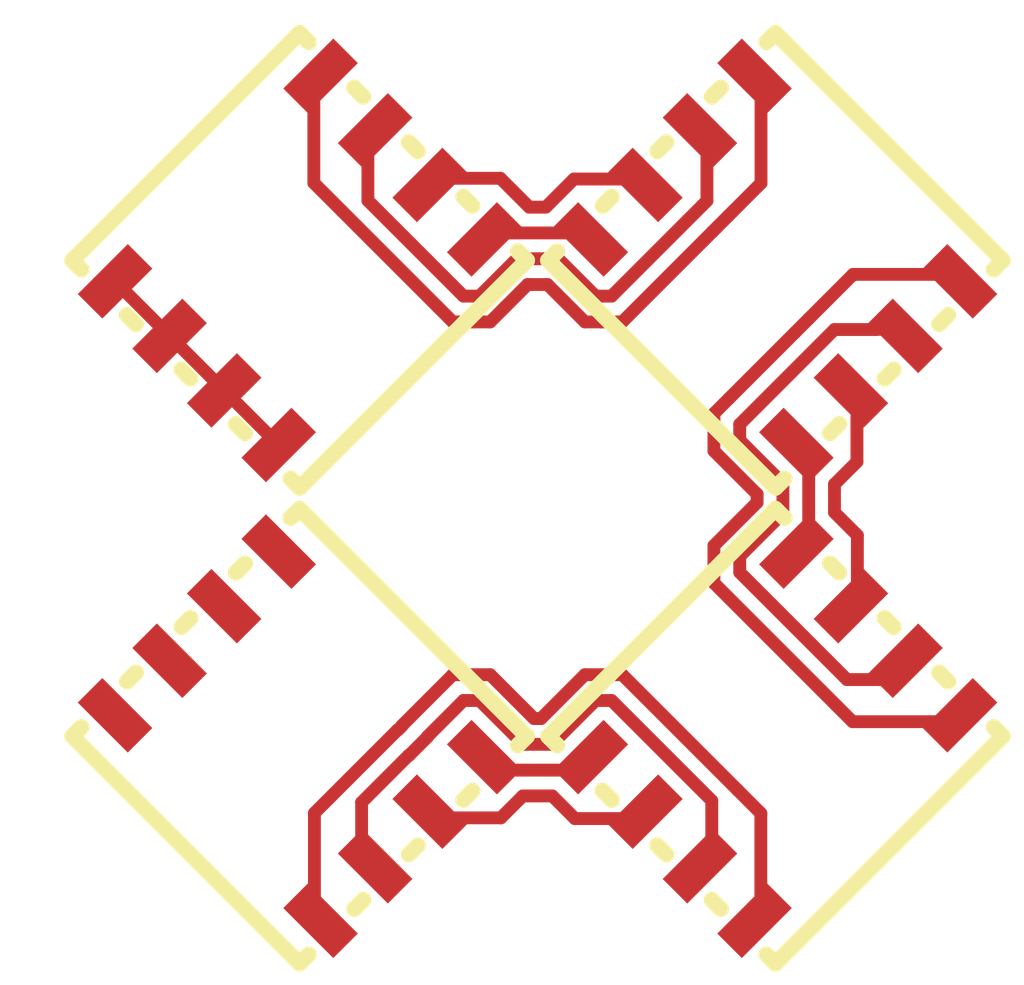
<source format=kicad_pcb>
(kicad_pcb (version 20241229) (generator "pcbnew") (generator_version "9.0")
  (layers (0 "F.Cu" signal) (2 "B.Cu" signal) (13 "F.Paste" user) (15 "B.Paste" user) (5 "F.SilkS" user "F.Silkscreen") (7 "B.SilkS" user "B.Silkscreen") (1 "F.Mask" user) (3 "B.Mask" user) (25 "Edge.Cuts" user))
  (net 0 "")
  (net 1 "rgbs[3]-cathodes-cathode-0")
  (net 2 "rgbs[3]-cathodes-cathode-2")
  (net 3 "rgbs[2]-anodes-anode-0")
  (net 4 "rgbs[1]-anodes-anode-1")
  (net 5 "rgbs[1]-anodes-anode-3")
  (net 6 "rgbs[3]-cathodes-cathode-3")
  (net 7 "rgbs[2]-anodes-anode-2")
  (net 8 "rgbs[2]-anodes-anode-3")
  (net 9 "rgbs[3]-anodes-anode-0")
  (net 10 "rgbs[3]-anodes-anode-1")
  (net 11 "rgbs[3]-anodes-anode-2")
  (net 12 "rgbs[0]-anodes-anode")
  (net 13 "rgbs[3]-cathodes-cathode-1")
  (net 14 "rgbs[1]-anodes-anode-0")
  (net 15 "rgbs[3]-anodes-anode-3")
  (net 16 "rgbs[1]-anodes-anode-2")
  (net 17 "rgbs[2]-anodes-anode-1")
  (footprint "ATOPILE_PIXEL15:pixel15" (layer "F.Cu") (at -7.5 -7.5 0)
    (property "Reference" "U1" (hide yes))
    (property "Value" "" (hide yes))
  )
  (footprint "HONGLITRONIC_HL_5050RGBW_S1_A27:LED-SMD_8P-L5.0-W5.0-P1.20_HL-5050RGBW-S1-A27" (layer "F.Cu") (at 3.7 -3.7 -45)
    (property "Reference" "LED2" (hide yes))
    (property "Value" "")
    (fp_line (start -2.5 -2.5) (end -2.5 -2.3) (stroke (width 0.25)) (layer "F.SilkS"))
    (fp_line (start -2.5 -1.3) (end -2.5 -1.1) (stroke (width 0.25)) (layer "F.SilkS"))
    (fp_line (start -2.5 -0.1) (end -2.5 0.1) (stroke (width 0.25)) (layer "F.SilkS"))
    (fp_line (start -2.5 1.1) (end -2.5 1.3) (stroke (width 0.25)) (layer "F.SilkS"))
    (fp_line (start -2.5 2.3) (end -2.5 2.5) (stroke (width 0.25)) (layer "F.SilkS"))
    (fp_line (start -2.5 2.5) (end 2.5 2.5) (stroke (width 0.25)) (layer "F.SilkS"))
    (fp_line (start 2.5 -2.5) (end -2.5 -2.5) (stroke (width 0.25)) (layer "F.SilkS"))
    (fp_line (start 2.5 -2.3) (end 2.5 -2.5) (stroke (width 0.25)) (layer "F.SilkS"))
    (fp_line (start 2.5 -1.1) (end 2.5 -1.3) (stroke (width 0.25)) (layer "F.SilkS"))
    (fp_line (start 2.5 0.1) (end 2.5 -0.1) (stroke (width 0.25)) (layer "F.SilkS"))
    (fp_line (start 2.5 1.3) (end 2.5 1.1) (stroke (width 0.25)) (layer "F.SilkS"))
    (fp_line (start 2.5 2.5) (end 2.5 2.3) (stroke (width 0.25)) (layer "F.SilkS"))
    (pad "1" smd rect (at 2.26 -1.8 45) (size 0.54 1.1) (layers "F.Cu" "F.Mask" "F.Paste") (net 17 "rgbs[2]-anodes-anode-1"))
    (pad "2" smd rect (at -2.26 -1.8 45) (size 0.54 1.1) (layers "F.Cu" "F.Mask" "F.Paste") (net 4 "rgbs[1]-anodes-anode-1"))
    (pad "3" smd rect (at 2.26 -0.6 45) (size 0.54 1.1) (layers "F.Cu" "F.Mask" "F.Paste") (net 3 "rgbs[2]-anodes-anode-0"))
    (pad "4" smd rect (at -2.26 -0.6 45) (size 0.54 1.1) (layers "F.Cu" "F.Mask" "F.Paste") (net 14 "rgbs[1]-anodes-anode-0"))
    (pad "5" smd rect (at 2.26 0.6 45) (size 0.54 1.1) (layers "F.Cu" "F.Mask" "F.Paste") (net 7 "rgbs[2]-anodes-anode-2"))
    (pad "6" smd rect (at -2.26 0.6 45) (size 0.54 1.1) (layers "F.Cu" "F.Mask" "F.Paste") (net 16 "rgbs[1]-anodes-anode-2"))
    (pad "7" smd rect (at 2.26 1.8 45) (size 0.54 1.1) (layers "F.Cu" "F.Mask" "F.Paste") (net 8 "rgbs[2]-anodes-anode-3"))
    (pad "8" smd rect (at -2.26 1.8 45) (size 0.54 1.1) (layers "F.Cu" "F.Mask" "F.Paste") (net 5 "rgbs[1]-anodes-anode-3"))
  )
  (footprint "HONGLITRONIC_HL_5050RGBW_S1_A27:LED-SMD_8P-L5.0-W5.0-P1.20_HL-5050RGBW-S1-A27" (layer "F.Cu") (at -3.7 -3.7 45)
    (property "Reference" "LED1" (hide yes))
    (property "Value" "")
    (fp_line (start -2.5 -2.5) (end -2.5 -2.3) (stroke (width 0.25)) (layer "F.SilkS"))
    (fp_line (start -2.5 -1.3) (end -2.5 -1.1) (stroke (width 0.25)) (layer "F.SilkS"))
    (fp_line (start -2.5 -0.1) (end -2.5 0.1) (stroke (width 0.25)) (layer "F.SilkS"))
    (fp_line (start -2.5 1.1) (end -2.5 1.3) (stroke (width 0.25)) (layer "F.SilkS"))
    (fp_line (start -2.5 2.3) (end -2.5 2.5) (stroke (width 0.25)) (layer "F.SilkS"))
    (fp_line (start -2.5 2.5) (end 2.5 2.5) (stroke (width 0.25)) (layer "F.SilkS"))
    (fp_line (start 2.5 -2.5) (end -2.5 -2.5) (stroke (width 0.25)) (layer "F.SilkS"))
    (fp_line (start 2.5 -2.3) (end 2.5 -2.5) (stroke (width 0.25)) (layer "F.SilkS"))
    (fp_line (start 2.5 -1.1) (end 2.5 -1.3) (stroke (width 0.25)) (layer "F.SilkS"))
    (fp_line (start 2.5 0.1) (end 2.5 -0.1) (stroke (width 0.25)) (layer "F.SilkS"))
    (fp_line (start 2.5 1.3) (end 2.5 1.1) (stroke (width 0.25)) (layer "F.SilkS"))
    (fp_line (start 2.5 2.5) (end 2.5 2.3) (stroke (width 0.25)) (layer "F.SilkS"))
    (pad "1" smd rect (at 2.26 -1.8 135) (size 0.54 1.1) (layers "F.Cu" "F.Mask" "F.Paste") (net 4 "rgbs[1]-anodes-anode-1"))
    (pad "2" smd rect (at -2.26 -1.8 135) (size 0.54 1.1) (layers "F.Cu" "F.Mask" "F.Paste") (net 12 "rgbs[0]-anodes-anode"))
    (pad "3" smd rect (at 2.26 -0.6 135) (size 0.54 1.1) (layers "F.Cu" "F.Mask" "F.Paste") (net 14 "rgbs[1]-anodes-anode-0"))
    (pad "4" smd rect (at -2.26 -0.6 135) (size 0.54 1.1) (layers "F.Cu" "F.Mask" "F.Paste") (net 12 "rgbs[0]-anodes-anode"))
    (pad "5" smd rect (at 2.26 0.6 135) (size 0.54 1.1) (layers "F.Cu" "F.Mask" "F.Paste") (net 16 "rgbs[1]-anodes-anode-2"))
    (pad "6" smd rect (at -2.26 0.6 135) (size 0.54 1.1) (layers "F.Cu" "F.Mask" "F.Paste") (net 12 "rgbs[0]-anodes-anode"))
    (pad "7" smd rect (at 2.26 1.8 135) (size 0.54 1.1) (layers "F.Cu" "F.Mask" "F.Paste") (net 5 "rgbs[1]-anodes-anode-3"))
    (pad "8" smd rect (at -2.26 1.8 135) (size 0.54 1.1) (layers "F.Cu" "F.Mask" "F.Paste") (net 12 "rgbs[0]-anodes-anode"))
  )
  (footprint "HONGLITRONIC_HL_5050RGBW_S1_A27:LED-SMD_8P-L5.0-W5.0-P1.20_HL-5050RGBW-S1-A27" (layer "F.Cu") (at 3.7 3.7 -135)
    (property "Reference" "LED3" (hide yes))
    (property "Value" "")
    (fp_line (start -2.5 -2.5) (end -2.5 -2.3) (stroke (width 0.25)) (layer "F.SilkS"))
    (fp_line (start -2.5 -1.3) (end -2.5 -1.1) (stroke (width 0.25)) (layer "F.SilkS"))
    (fp_line (start -2.5 -0.1) (end -2.5 0.1) (stroke (width 0.25)) (layer "F.SilkS"))
    (fp_line (start -2.5 1.1) (end -2.5 1.3) (stroke (width 0.25)) (layer "F.SilkS"))
    (fp_line (start -2.5 2.3) (end -2.5 2.5) (stroke (width 0.25)) (layer "F.SilkS"))
    (fp_line (start -2.5 2.5) (end 2.5 2.5) (stroke (width 0.25)) (layer "F.SilkS"))
    (fp_line (start 2.5 -2.5) (end -2.5 -2.5) (stroke (width 0.25)) (layer "F.SilkS"))
    (fp_line (start 2.5 -2.3) (end 2.5 -2.5) (stroke (width 0.25)) (layer "F.SilkS"))
    (fp_line (start 2.5 -1.1) (end 2.5 -1.3) (stroke (width 0.25)) (layer "F.SilkS"))
    (fp_line (start 2.5 0.1) (end 2.5 -0.1) (stroke (width 0.25)) (layer "F.SilkS"))
    (fp_line (start 2.5 1.3) (end 2.5 1.1) (stroke (width 0.25)) (layer "F.SilkS"))
    (fp_line (start 2.5 2.5) (end 2.5 2.3) (stroke (width 0.25)) (layer "F.SilkS"))
    (pad "1" smd rect (at 2.26 -1.8 -45) (size 0.54 1.1) (layers "F.Cu" "F.Mask" "F.Paste") (net 10 "rgbs[3]-anodes-anode-1"))
    (pad "2" smd rect (at -2.26 -1.8 -45) (size 0.54 1.1) (layers "F.Cu" "F.Mask" "F.Paste") (net 17 "rgbs[2]-anodes-anode-1"))
    (pad "3" smd rect (at 2.26 -0.6 -45) (size 0.54 1.1) (layers "F.Cu" "F.Mask" "F.Paste") (net 9 "rgbs[3]-anodes-anode-0"))
    (pad "4" smd rect (at -2.26 -0.6 -45) (size 0.54 1.1) (layers "F.Cu" "F.Mask" "F.Paste") (net 3 "rgbs[2]-anodes-anode-0"))
    (pad "5" smd rect (at 2.26 0.6 -45) (size 0.54 1.1) (layers "F.Cu" "F.Mask" "F.Paste") (net 11 "rgbs[3]-anodes-anode-2"))
    (pad "6" smd rect (at -2.26 0.6 -45) (size 0.54 1.1) (layers "F.Cu" "F.Mask" "F.Paste") (net 7 "rgbs[2]-anodes-anode-2"))
    (pad "7" smd rect (at 2.26 1.8 -45) (size 0.54 1.1) (layers "F.Cu" "F.Mask" "F.Paste") (net 15 "rgbs[3]-anodes-anode-3"))
    (pad "8" smd rect (at -2.26 1.8 -45) (size 0.54 1.1) (layers "F.Cu" "F.Mask" "F.Paste") (net 8 "rgbs[2]-anodes-anode-3"))
  )
  (footprint "HONGLITRONIC_HL_5050RGBW_S1_A27:LED-SMD_8P-L5.0-W5.0-P1.20_HL-5050RGBW-S1-A27" (layer "F.Cu") (at -3.7 3.7 135)
    (property "Reference" "LED4" (hide yes))
    (property "Value" "")
    (fp_line (start -2.5 -2.5) (end -2.5 -2.3) (stroke (width 0.25)) (layer "F.SilkS"))
    (fp_line (start -2.5 -1.3) (end -2.5 -1.1) (stroke (width 0.25)) (layer "F.SilkS"))
    (fp_line (start -2.5 -0.1) (end -2.5 0.1) (stroke (width 0.25)) (layer "F.SilkS"))
    (fp_line (start -2.5 1.1) (end -2.5 1.3) (stroke (width 0.25)) (layer "F.SilkS"))
    (fp_line (start -2.5 2.3) (end -2.5 2.5) (stroke (width 0.25)) (layer "F.SilkS"))
    (fp_line (start -2.5 2.5) (end 2.5 2.5) (stroke (width 0.25)) (layer "F.SilkS"))
    (fp_line (start 2.5 -2.5) (end -2.5 -2.5) (stroke (width 0.25)) (layer "F.SilkS"))
    (fp_line (start 2.5 -2.3) (end 2.5 -2.5) (stroke (width 0.25)) (layer "F.SilkS"))
    (fp_line (start 2.5 -1.1) (end 2.5 -1.3) (stroke (width 0.25)) (layer "F.SilkS"))
    (fp_line (start 2.5 0.1) (end 2.5 -0.1) (stroke (width 0.25)) (layer "F.SilkS"))
    (fp_line (start 2.5 1.3) (end 2.5 1.1) (stroke (width 0.25)) (layer "F.SilkS"))
    (fp_line (start 2.5 2.5) (end 2.5 2.3) (stroke (width 0.25)) (layer "F.SilkS"))
    (pad "1" smd rect (at 2.26 -1.8 225) (size 0.54 1.1) (layers "F.Cu" "F.Mask" "F.Paste") (net 13 "rgbs[3]-cathodes-cathode-1"))
    (pad "2" smd rect (at -2.26 -1.8 225) (size 0.54 1.1) (layers "F.Cu" "F.Mask" "F.Paste") (net 10 "rgbs[3]-anodes-anode-1"))
    (pad "3" smd rect (at 2.26 -0.6 225) (size 0.54 1.1) (layers "F.Cu" "F.Mask" "F.Paste") (net 1 "rgbs[3]-cathodes-cathode-0"))
    (pad "4" smd rect (at -2.26 -0.6 225) (size 0.54 1.1) (layers "F.Cu" "F.Mask" "F.Paste") (net 9 "rgbs[3]-anodes-anode-0"))
    (pad "5" smd rect (at 2.26 0.6 225) (size 0.54 1.1) (layers "F.Cu" "F.Mask" "F.Paste") (net 2 "rgbs[3]-cathodes-cathode-2"))
    (pad "6" smd rect (at -2.26 0.6 225) (size 0.54 1.1) (layers "F.Cu" "F.Mask" "F.Paste") (net 11 "rgbs[3]-anodes-anode-2"))
    (pad "7" smd rect (at 2.26 1.8 225) (size 0.54 1.1) (layers "F.Cu" "F.Mask" "F.Paste") (net 6 "rgbs[3]-cathodes-cathode-3"))
    (pad "8" smd rect (at -2.26 1.8 225) (size 0.54 1.1) (layers "F.Cu" "F.Mask" "F.Paste") (net 15 "rgbs[3]-anodes-anode-3"))
  )
  (segment (start 4.617584 -2.624959) (end 5.262577 -2.624959) (width 0.2) (net 3) (layer "F.Cu"))
  (segment (start 3.144441 -0.902456) (end 3.144441 -1.151816) (width 0.2) (net 3) (layer "F.Cu"))
  (segment (start 5.265591 -2.627973) (end 5.620555 -2.627973) (width 0.2) (net 3) (layer "F.Cu"))
  (segment (start 4.811393 2.818768) (end 3.144441 1.151816) (width 0.2) (net 3) (layer "F.Cu"))
  (segment (start 3.81635 0.230547) (end 3.81635 -0.230547) (width 0.2) (net 3) (layer "F.Cu"))
  (segment (start 5.722325 2.526203) (end 5.42976 2.818768) (width 0.2) (net 3) (layer "F.Cu"))
  (segment (start 5.262577 -2.624959) (end 5.265591 -2.627973) (width 0.2) (net 3) (layer "F.Cu"))
  (segment (start 3.144441 0.902456) (end 3.81635 0.230547) (width 0.2) (net 3) (layer "F.Cu"))
  (segment (start 3.81635 -0.230547) (end 3.144441 -0.902456) (width 0.2) (net 3) (layer "F.Cu"))
  (segment (start 5.42976 2.818768) (end 4.811393 2.818768) (width 0.2) (net 3) (layer "F.Cu"))
  (segment (start 5.620555 -2.627973) (end 5.722325 -2.526203) (width 0.2) (net 3) (layer "F.Cu"))
  (segment (start 3.144441 1.151816) (end 3.144441 0.902456) (width 0.2) (net 3) (layer "F.Cu"))
  (segment (start 3.144441 -1.151816) (end 4.617584 -2.624959) (width 0.2) (net 3) (layer "F.Cu"))
  (segment (start 2.724605 -4.150128) (end 2.724604 -4.150128) (width 0.2) (net 4) (layer "F.Cu"))
  (segment (start 3.475806 -6.469779) (end 3.475806 -4.901331) (width 0.2) (net 4) (layer "F.Cu"))
  (segment (start 3.035492 -4.461017) (end 2.959503 -4.385028) (width 0.2) (net 4) (layer "F.Cu"))
  (segment (start 1.068556 -2.743441) (end 0.985716 -2.743441) (width 0.2) (net 4) (layer "F.Cu"))
  (segment (start -2.804476 -4.230001) (end -3.039376 -4.464901) (width 0.2) (net 4) (layer "F.Cu"))
  (segment (start -0.736356 -2.743441) (end -0.985716 -2.743441) (width 0.2) (net 4) (layer "F.Cu"))
  (segment (start -3.478981 -4.904506) (end -3.478981 -6.466604) (width 0.2) (net 4) (layer "F.Cu"))
  (segment (start -0.154807 -3.32499) (end -0.501456 -2.978341) (width 0.2) (net 4) (layer "F.Cu"))
  (segment (start 2.931864 -4.357389) (end 2.800592 -4.226117) (width 0.2) (net 4) (layer "F.Cu"))
  (segment (start 3.475806 -4.901331) (end 3.035492 -4.461017) (width 0.2) (net 4) (layer "F.Cu"))
  (segment (start -2.574475 -4) (end -2.804476 -4.230001) (width 0.2) (net 4) (layer "F.Cu"))
  (segment (start 2.959503 -4.385028) (end 2.959503 -4.385027) (width 0.2) (net 4) (layer "F.Cu"))
  (segment (start 1.317916 -2.743441) (end 1.068556 -2.743441) (width 0.2) (net 4) (layer "F.Cu"))
  (segment (start 2.574475 -4) (end 1.317916 -2.743441) (width 0.2) (net 4) (layer "F.Cu"))
  (segment (start -3.478981 -6.466604) (end -3.374731 -6.570854) (width 0.2) (net 4) (layer "F.Cu"))
  (segment (start -0.985716 -2.743441) (end -1.068556 -2.743441) (width 0.2) (net 4) (layer "F.Cu"))
  (segment (start -0.501456 -2.978341) (end -0.736356 -2.743441) (width 0.2) (net 4) (layer "F.Cu"))
  (segment (start 2.767053 -4.192577) (end 2.724605 -4.150128) (width 0.2) (net 4) (layer "F.Cu"))
  (segment (start 3.374731 -6.570854) (end 3.475806 -6.469779) (width 0.2) (net 4) (layer "F.Cu"))
  (segment (start 0.154807 -3.32499) (end -0.154807 -3.32499) (width 0.2) (net 4) (layer "F.Cu"))
  (segment (start 0.985716 -2.743441) (end 0.736356 -2.743441) (width 0.2) (net 4) (layer "F.Cu"))
  (segment (start 2.724604 -4.150128) (end 2.724603 -4.150128) (width 0.2) (net 4) (layer "F.Cu"))
  (segment (start 2.724603 -4.150128) (end 2.574475 -4) (width 0.2) (net 4) (layer "F.Cu"))
  (segment (start 2.959503 -4.385027) (end 2.931864 -4.357389) (width 0.2) (net 4) (layer "F.Cu"))
  (segment (start 2.800592 -4.226117) (end 2.767053 -4.192577) (width 0.2) (net 4) (layer "F.Cu"))
  (segment (start -3.039376 -4.464901) (end -3.478981 -4.904506) (width 0.2) (net 4) (layer "F.Cu"))
  (segment (start -1.552816 -2.978341) (end -2.574475 -4) (width 0.2) (net 4) (layer "F.Cu"))
  (segment (start -1.068556 -2.743441) (end -1.317916 -2.743441) (width 0.2) (net 4) (layer "F.Cu"))
  (segment (start -1.317916 -2.743441) (end -1.552816 -2.978341) (width 0.2) (net 4) (layer "F.Cu"))
  (segment (start 0.736356 -2.743441) (end 0.154807 -3.32499) (width 0.2) (net 4) (layer "F.Cu"))
  (segment (start -0.727425 -4.12699) (end 0.727425 -4.12699) (width 0.2) (net 5) (layer "F.Cu"))
  (segment (start 0.727425 -4.12699) (end 0.829146 -4.025269) (width 0.2) (net 5) (layer "F.Cu"))
  (segment (start -0.829146 -4.025269) (end -0.727425 -4.12699) (width 0.2) (net 5) (layer "F.Cu"))
  (segment (start 4.61835 0.218729) (end 4.974389 0.574768) (width 0.2) (net 7) (layer "F.Cu"))
  (segment (start 4.873797 -1.677675) (end 4.967451 -1.584021) (width 0.2) (net 7) (layer "F.Cu"))
  (segment (start 4.974389 0.574768) (end 4.974389 1.577083) (width 0.2) (net 7) (layer "F.Cu"))
  (segment (start 4.967451 -1.584021) (end 4.967451 -0.56783) (width 0.2) (net 7) (layer "F.Cu"))
  (segment (start 4.967451 -0.56783) (end 4.61835 -0.218729) (width 0.2) (net 7) (layer "F.Cu"))
  (segment (start 4.61835 -0.218729) (end 4.61835 0.218729) (width 0.2) (net 7) (layer "F.Cu"))
  (segment (start 4.974389 1.577083) (end 4.873797 1.677675) (width 0.2) (net 7) (layer "F.Cu"))
  (segment (start 4.025269 -0.829146) (end 4.21735 -0.637065) (width 0.2) (net 8) (layer "F.Cu"))
  (segment (start 4.21735 -0.637065) (end 4.21735 0.637065) (width 0.2) (net 8) (layer "F.Cu"))
  (segment (start 4.21735 0.637065) (end 4.025269 0.829146) (width 0.2) (net 8) (layer "F.Cu"))
  (segment (start -1.709974 3.702599) (end -1.709974 3.709974) (width 0.2) (net 9) (layer "F.Cu"))
  (segment (start 1.151816 3.144441) (end 0.902456 3.144441) (width 0.2) (net 9) (layer "F.Cu"))
  (segment (start 0.220288 3.826609) (end -0.220288 3.826609) (width 0.2) (net 9) (layer "F.Cu"))
  (segment (start -0.902456 3.144441) (end -1.151816 3.144441) (width 0.2) (net 9) (layer "F.Cu"))
  (segment (start -1.709974 3.709974) (end -2 4) (width 0.2) (net 9) (layer "F.Cu"))
  (segment (start 2.709569 5.512878) (end 2.709569 4.702193) (width 0.2) (net 9) (layer "F.Cu"))
  (segment (start 2.709569 4.702193) (end 1.151816 3.144441) (width 0.2) (net 9) (layer "F.Cu"))
  (segment (start 2.526203 5.722325) (end 2.558503 5.690025) (width 0.2) (net 9) (layer "F.Cu"))
  (segment (start -2.735744 5.512784) (end -2.526203 5.722325) (width 0.2) (net 9) (layer "F.Cu"))
  (segment (start -1.151816 3.144441) (end -1.709974 3.702599) (width 0.2) (net 9) (layer "F.Cu"))
  (segment (start 2.558503 5.663944) (end 2.709569 5.512878) (width 0.2) (net 9) (layer "F.Cu"))
  (segment (start -0.220288 3.826609) (end -0.902456 3.144441) (width 0.2) (net 9) (layer "F.Cu"))
  (segment (start -2.735744 4.728369) (end -2.735744 5.512784) (width 0.2) (net 9) (layer "F.Cu"))
  (segment (start -2.007375 4) (end -2.735744 4.728369) (width 0.2) (net 9) (layer "F.Cu"))
  (segment (start 2.558503 5.690025) (end 2.558503 5.663944) (width 0.2) (net 9) (layer "F.Cu"))
  (segment (start -2 4) (end -2.007375 4) (width 0.2) (net 9) (layer "F.Cu"))
  (segment (start 0.902456 3.144441) (end 0.220288 3.826609) (width 0.2) (net 9) (layer "F.Cu"))
  (segment (start -3.469758 4.895283) (end -3.469758 6.475827) (width 0.2) (net 10) (layer "F.Cu"))
  (segment (start 3.407031 6.538554) (end 3.407031 6.495518) (width 0.2) (net 10) (layer "F.Cu"))
  (segment (start 3.407031 6.495518) (end 3.543652 6.358897) (width 0.2) (net 10) (layer "F.Cu"))
  (segment (start -3.469758 6.475827) (end -3.374731 6.570854) (width 0.2) (net 10) (layer "F.Cu"))
  (segment (start 3.110569 4.536093) (end 3.110569 4.536094) (width 0.2) (net 10) (layer "F.Cu"))
  (segment (start -2.110974 3.536499) (end -2.110974 3.543874) (width 0.2) (net 10) (layer "F.Cu"))
  (segment (start -2.173475 3.599) (end -3.469758 4.895283) (width 0.2) (net 10) (layer "F.Cu"))
  (segment (start -2.110974 3.543874) (end -2.1661 3.599) (width 0.2) (net 10) (layer "F.Cu"))
  (segment (start -1.317916 2.743441) (end -2.110974 3.536499) (width 0.2) (net 10) (layer "F.Cu"))
  (segment (start 3.543652 6.358897) (end 3.472899 6.288144) (width 0.2) (net 10) (layer "F.Cu"))
  (segment (start 3.374731 6.570854) (end 3.407031 6.538554) (width 0.2) (net 10) (layer "F.Cu"))
  (segment (start 1.317916 2.743441) (end 0.736356 2.743441) (width 0.2) (net 10) (layer "F.Cu"))
  (segment (start -2.1661 3.599) (end -2.173475 3.599) (width 0.2) (net 10) (layer "F.Cu"))
  (segment (start -0.054188 3.425609) (end -0.736356 2.743441) (width 0.2) (net 10) (layer "F.Cu"))
  (segment (start 3.472899 6.288144) (end 3.472899 4.898423) (width 0.2) (net 10) (layer "F.Cu"))
  (segment (start -0.736356 2.743441) (end -1.317916 2.743441) (width 0.2) (net 10) (layer "F.Cu"))
  (segment (start 3.472899 4.898423) (end 3.110569 4.536093) (width 0.2) (net 10) (layer "F.Cu"))
  (segment (start 0.054188 3.425609) (end -0.054188 3.425609) (width 0.2) (net 10) (layer "F.Cu"))
  (segment (start 3.110569 4.536093) (end 1.317916 2.743441) (width 0.2) (net 10) (layer "F.Cu"))
  (segment (start 0.736356 2.743441) (end 0.054188 3.425609) (width 0.2) (net 10) (layer "F.Cu"))
  (segment (start 1.57071 4.980762) (end 1.677675 4.873797) (width 0.2) (net 11) (layer "F.Cu"))
  (segment (start 0.581141 4.980762) (end 1.57071 4.980762) (width 0.2) (net 11) (layer "F.Cu"))
  (segment (start -0.228988 4.628609) (end 0.228988 4.628609) (width 0.2) (net 11) (layer "F.Cu"))
  (segment (start 0.228988 4.628609) (end 0.581141 4.980762) (width 0.2) (net 11) (layer "F.Cu"))
  (segment (start -1.77357 4.969692) (end -0.570071 4.969692) (width 0.2) (net 11) (layer "F.Cu"))
  (segment (start -0.570071 4.969692) (end -0.228988 4.628609) (width 0.2) (net 11) (layer "F.Cu"))
  (segment (start -1.677675 4.873797) (end -1.77357 4.969692) (width 0.2) (net 11) (layer "F.Cu"))
  (segment (start -4.025269 -0.829146) (end -6.570854 -3.374731) (width 0.2) (net 12) (layer "F.Cu"))
  (segment (start -1.151816 -3.144441) (end -0.902456 -3.144441) (width 0.2) (net 14) (layer "F.Cu"))
  (segment (start -0.902456 -3.144441) (end -0.320907 -3.72599) (width 0.2) (net 14) (layer "F.Cu"))
  (segment (start 1.151816 -3.144441) (end 2.558503 -4.551127) (width 0.2) (net 14) (layer "F.Cu"))
  (segment (start 0.320907 -3.72599) (end 0.902456 -3.144441) (width 0.2) (net 14) (layer "F.Cu"))
  (segment (start -2.638376 -5.610152) (end -2.638376 -4.631001) (width 0.2) (net 14) (layer "F.Cu"))
  (segment (start -2.526203 -5.722325) (end -2.638376 -5.610152) (width 0.2) (net 14) (layer "F.Cu"))
  (segment (start 2.634492 -4.627117) (end 2.634492 -5.614036) (width 0.2) (net 14) (layer "F.Cu"))
  (segment (start 0.902456 -3.144441) (end 1.151816 -3.144441) (width 0.2) (net 14) (layer "F.Cu"))
  (segment (start 2.558503 -4.551127) (end 2.634492 -4.627117) (width 0.2) (net 14) (layer "F.Cu"))
  (segment (start 2.634492 -5.614036) (end 2.526203 -5.722325) (width 0.2) (net 14) (layer "F.Cu"))
  (segment (start -2.638376 -4.631001) (end -1.151816 -3.144441) (width 0.2) (net 14) (layer "F.Cu"))
  (segment (start -0.320907 -3.72599) (end 0.320907 -3.72599) (width 0.2) (net 14) (layer "F.Cu"))
  (segment (start 0.582485 4.227609) (end -0.626806 4.227609) (width 0.2) (net 15) (layer "F.Cu"))
  (segment (start 0.748291 4.061803) (end 0.582485 4.227609) (width 0.2) (net 15) (layer "F.Cu"))
  (segment (start 0.829146 4.025269) (end 0.792612 4.061803) (width 0.2) (net 15) (layer "F.Cu"))
  (segment (start -0.626806 4.227609) (end -0.829146 4.025269) (width 0.2) (net 15) (layer "F.Cu"))
  (segment (start 0.792612 4.061803) (end 0.748291 4.061803) (width 0.2) (net 15) (layer "F.Cu"))
  (segment (start 1.585739 -4.965733) (end 0.566112 -4.965733) (width 0.2) (net 16) (layer "F.Cu"))
  (segment (start 0.566112 -4.965733) (end 0.128369 -4.52799) (width 0.2) (net 16) (layer "F.Cu"))
  (segment (start -1.781101 -4.977223) (end -1.677675 -4.873797) (width 0.2) (net 16) (layer "F.Cu"))
  (segment (start -0.128369 -4.52799) (end -0.577602 -4.977223) (width 0.2) (net 16) (layer "F.Cu"))
  (segment (start 1.677675 -4.873797) (end 1.585739 -4.965733) (width 0.2) (net 16) (layer "F.Cu"))
  (segment (start -0.577602 -4.977223) (end -1.781101 -4.977223) (width 0.2) (net 16) (layer "F.Cu"))
  (segment (start 0.128369 -4.52799) (end -0.128369 -4.52799) (width 0.2) (net 16) (layer "F.Cu"))
  (segment (start 4.216584 -2.791059) (end 4 -2.574475) (width 0.2) (net 17) (layer "F.Cu"))
  (segment (start 4.645293 3.219768) (end 4.89954 3.474015) (width 0.2) (net 17) (layer "F.Cu"))
  (segment (start 2.978341 0.501456) (end 2.743441 0.736356) (width 0.2) (net 17) (layer "F.Cu"))
  (segment (start 2.743441 0.736356) (end 2.743441 0.985716) (width 0.2) (net 17) (layer "F.Cu"))
  (segment (start 2.978341 -1.552816) (end 2.743441 -1.317916) (width 0.2) (net 17) (layer "F.Cu"))
  (segment (start 4.410393 2.984868) (end 4.645293 3.219768) (width 0.2) (net 17) (layer "F.Cu"))
  (segment (start 2.743441 -1.068556) (end 2.743441 -0.985716) (width 0.2) (net 17) (layer "F.Cu"))
  (segment (start 4 -2.574475) (end 2.978341 -1.552816) (width 0.2) (net 17) (layer "F.Cu"))
  (segment (start 4.89954 3.474015) (end 6.183893 3.474015) (width 0.2) (net 17) (layer "F.Cu"))
  (segment (start 6.463001 -3.482584) (end 4.908109 -3.482584) (width 0.2) (net 17) (layer "F.Cu"))
  (segment (start 2.743441 1.317916) (end 2.978341 1.552816) (width 0.2) (net 17) (layer "F.Cu"))
  (segment (start 6.570854 -3.374731) (end 6.463001 -3.482584) (width 0.2) (net 17) (layer "F.Cu"))
  (segment (start 2.743441 1.068556) (end 2.743441 1.317916) (width 0.2) (net 17) (layer "F.Cu"))
  (segment (start 4.908109 -3.482584) (end 4.451484 -3.025959) (width 0.2) (net 17) (layer "F.Cu"))
  (segment (start 3.41535 -0.064447) (end 3.41535 0.064447) (width 0.2) (net 17) (layer "F.Cu"))
  (segment (start 2.743441 -0.985716) (end 2.743441 -0.736356) (width 0.2) (net 17) (layer "F.Cu"))
  (segment (start 3.41535 0.064447) (end 2.978341 0.501456) (width 0.2) (net 17) (layer "F.Cu"))
  (segment (start 4 2.574475) (end 4.410393 2.984868) (width 0.2) (net 17) (layer "F.Cu"))
  (segment (start 2.978341 -0.501456) (end 3.41535 -0.064447) (width 0.2) (net 17) (layer "F.Cu"))
  (segment (start 2.743441 -0.736356) (end 2.978341 -0.501456) (width 0.2) (net 17) (layer "F.Cu"))
  (segment (start 2.978341 1.552816) (end 4 2.574475) (width 0.2) (net 17) (layer "F.Cu"))
  (segment (start 2.743441 0.985716) (end 2.743441 1.068556) (width 0.2) (net 17) (layer "F.Cu"))
  (segment (start 2.743441 -1.317916) (end 2.743441 -1.068556) (width 0.2) (net 17) (layer "F.Cu"))
  (segment (start 4.451484 -3.025959) (end 4.216584 -2.791059) (width 0.2) (net 17) (layer "F.Cu"))
)
</source>
